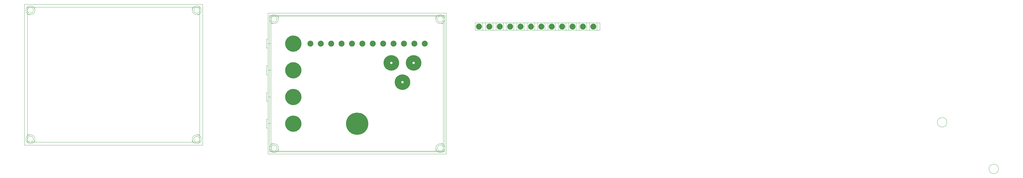
<source format=gbr>
%TF.GenerationSoftware,KiCad,Pcbnew,(6.0.5)*%
%TF.CreationDate,2022-06-26T17:30:21+02:00*%
%TF.ProjectId,midiperformer,6d696469-7065-4726-966f-726d65722e6b,rev?*%
%TF.SameCoordinates,Original*%
%TF.FileFunction,Other,Comment*%
%FSLAX46Y46*%
G04 Gerber Fmt 4.6, Leading zero omitted, Abs format (unit mm)*
G04 Created by KiCad (PCBNEW (6.0.5)) date 2022-06-26 17:30:21*
%MOMM*%
%LPD*%
G01*
G04 APERTURE LIST*
%ADD10C,0.150000*%
%ADD11C,5.500000*%
%ADD12C,2.000000*%
%ADD13C,4.500000*%
%ADD14C,7.500000*%
G04 APERTURE END LIST*
D10*
X-301000000Y12000000D02*
X-301000000Y14000000D01*
D11*
X-230250000Y-10500000D02*
G75*
G03*
X-230250000Y-10500000I-2750000J0D01*
G01*
D12*
X-143500000Y-10500000D02*
G75*
G03*
X-143500000Y-10500000I-1000000J0D01*
G01*
X-164500000Y-10500000D02*
G75*
G03*
X-164500000Y-10500000I-1000000J0D01*
G01*
D10*
X-98500000Y3500000D02*
X-96500000Y3500000D01*
X-96500000Y3500000D02*
X-96500000Y-1500000D01*
X-96500000Y-1500000D02*
X-98500000Y-1500000D01*
X-98500000Y-1500000D02*
X-98500000Y3500000D01*
X-49500000Y3500000D02*
X-47500000Y3500000D01*
X-47500000Y3500000D02*
X-47500000Y-1500000D01*
X-47500000Y-1500000D02*
X-49500000Y-1500000D01*
X-49500000Y-1500000D02*
X-49500000Y3500000D01*
X-407000000Y-75000000D02*
X-407000000Y-77000000D01*
X-132000000Y-81000000D02*
G75*
G03*
X-132000000Y-81000000I-2000000J0D01*
G01*
X-301000000Y-77000000D02*
X-301000000Y-75000000D01*
X-243000000Y6000000D02*
X-243000000Y8000000D01*
X-244000000Y-81000000D02*
G75*
G03*
X-244000000Y-81000000I-2000000J0D01*
G01*
X-132000000Y6000000D02*
G75*
G03*
X-132000000Y6000000I-2000000J0D01*
G01*
X-296000000Y-75000000D02*
G75*
G03*
X-296000000Y-75000000I-2000000J0D01*
G01*
X-40500000Y3500000D02*
X-35500000Y3500000D01*
X-35500000Y3500000D02*
X-35500000Y-1500000D01*
X-35500000Y-1500000D02*
X-40500000Y-1500000D01*
X-40500000Y-1500000D02*
X-40500000Y3500000D01*
X-82500000Y3500000D02*
X-77500000Y3500000D01*
X-77500000Y3500000D02*
X-77500000Y-1500000D01*
X-77500000Y-1500000D02*
X-82500000Y-1500000D01*
X-82500000Y-1500000D02*
X-82500000Y3500000D01*
X-84500000Y3500000D02*
X-82500000Y3500000D01*
X-82500000Y3500000D02*
X-82500000Y-1500000D01*
X-82500000Y-1500000D02*
X-84500000Y-1500000D01*
X-84500000Y-1500000D02*
X-84500000Y3500000D01*
D12*
X-72000000Y1000000D02*
G75*
G03*
X-72000000Y1000000I-1000000J0D01*
G01*
X-107000000Y1000000D02*
G75*
G03*
X-107000000Y1000000I-1000000J0D01*
G01*
D11*
X-230250000Y-46500000D02*
G75*
G03*
X-230250000Y-46500000I-2750000J0D01*
G01*
D12*
X-171500000Y-10500000D02*
G75*
G03*
X-171500000Y-10500000I-1000000J0D01*
G01*
D10*
X-134000000Y3000000D02*
X-132000000Y3000000D01*
X-244000000Y6000000D02*
G75*
G03*
X-244000000Y6000000I-2000000J0D01*
G01*
X-137000000Y-83000000D02*
X-137000000Y-81000000D01*
X-295000000Y-75000000D02*
G75*
G03*
X-295000000Y-75000000I-3000000J0D01*
G01*
X-137000000Y6000000D02*
X-137000000Y8000000D01*
X-105500000Y3500000D02*
X-103500000Y3500000D01*
X-103500000Y3500000D02*
X-103500000Y-1500000D01*
X-103500000Y-1500000D02*
X-105500000Y-1500000D01*
X-105500000Y-1500000D02*
X-105500000Y3500000D01*
X-412000000Y-72000000D02*
X-410000000Y-72000000D01*
D12*
X-58000000Y1000000D02*
G75*
G03*
X-58000000Y1000000I-1000000J0D01*
G01*
X-192500000Y-10500000D02*
G75*
G03*
X-192500000Y-10500000I-1000000J0D01*
G01*
D10*
X-77500000Y3500000D02*
X-75500000Y3500000D01*
X-75500000Y3500000D02*
X-75500000Y-1500000D01*
X-75500000Y-1500000D02*
X-77500000Y-1500000D01*
X-77500000Y-1500000D02*
X-77500000Y3500000D01*
D13*
X-156500000Y-36500000D02*
G75*
G03*
X-156500000Y-36500000I-3000000J0D01*
G01*
D10*
X-414000000Y16000000D02*
X-294000000Y16000000D01*
X-294000000Y16000000D02*
X-294000000Y-79000000D01*
X-294000000Y-79000000D02*
X-414000000Y-79000000D01*
X-414000000Y-79000000D02*
X-414000000Y16000000D01*
X-243000000Y-81000000D02*
X-243000000Y-83000000D01*
D12*
X-30000000Y1000000D02*
G75*
G03*
X-30000000Y1000000I-1000000J0D01*
G01*
D10*
X-75500000Y3500000D02*
X-70500000Y3500000D01*
X-70500000Y3500000D02*
X-70500000Y-1500000D01*
X-70500000Y-1500000D02*
X-75500000Y-1500000D01*
X-75500000Y-1500000D02*
X-75500000Y3500000D01*
X-248000000Y-46500000D02*
X-250000000Y-46500000D01*
X-250000000Y-46500000D02*
X-250000000Y-28500000D01*
X-250000000Y-28500000D02*
X-248000000Y-28500000D01*
X-248000000Y-28500000D02*
X-248000000Y-46500000D01*
D12*
X-199500000Y-10500000D02*
G75*
G03*
X-199500000Y-10500000I-1000000J0D01*
G01*
D10*
X-248000000Y8000000D02*
X-132000000Y8000000D01*
X-132000000Y8000000D02*
X-132000000Y-83000000D01*
X-132000000Y-83000000D02*
X-248000000Y-83000000D01*
X-248000000Y-83000000D02*
X-248000000Y8000000D01*
X-410000000Y9000000D02*
X-412000000Y9000000D01*
X-408000000Y12000000D02*
G75*
G03*
X-408000000Y12000000I-2000000J0D01*
G01*
X-47500000Y3500000D02*
X-42500000Y3500000D01*
X-42500000Y3500000D02*
X-42500000Y-1500000D01*
X-42500000Y-1500000D02*
X-47500000Y-1500000D01*
X-47500000Y-1500000D02*
X-47500000Y3500000D01*
X-132000000Y-78000000D02*
X-134000000Y-78000000D01*
X-295000000Y12000000D02*
G75*
G03*
X-295000000Y12000000I-3000000J0D01*
G01*
X-407000000Y12000000D02*
X-407000000Y14000000D01*
X-96500000Y3500000D02*
X-91500000Y3500000D01*
X-91500000Y3500000D02*
X-91500000Y-1500000D01*
X-91500000Y-1500000D02*
X-96500000Y-1500000D01*
X-96500000Y-1500000D02*
X-96500000Y3500000D01*
X-68500000Y3500000D02*
X-63500000Y3500000D01*
X-63500000Y3500000D02*
X-63500000Y-1500000D01*
X-63500000Y-1500000D02*
X-68500000Y-1500000D01*
X-68500000Y-1500000D02*
X-68500000Y3500000D01*
D12*
X-213500000Y-10500000D02*
G75*
G03*
X-213500000Y-10500000I-1000000J0D01*
G01*
D10*
X-250000000Y10000000D02*
X-130000000Y10000000D01*
X-130000000Y10000000D02*
X-130000000Y-85000000D01*
X-130000000Y-85000000D02*
X-250000000Y-85000000D01*
X-250000000Y-85000000D02*
X-250000000Y10000000D01*
D12*
X-178500000Y-10500000D02*
G75*
G03*
X-178500000Y-10500000I-1000000J0D01*
G01*
X-79000000Y1000000D02*
G75*
G03*
X-79000000Y1000000I-1000000J0D01*
G01*
D10*
X-249000000Y8500000D02*
X-131000000Y8500000D01*
X-131000000Y8500000D02*
X-131000000Y-83500000D01*
X-131000000Y-83500000D02*
X-249000000Y-83500000D01*
X-249000000Y-83500000D02*
X-249000000Y8500000D01*
D12*
X-37000000Y1000000D02*
G75*
G03*
X-37000000Y1000000I-1000000J0D01*
G01*
D10*
X-248000000Y-78000000D02*
X-246000000Y-78000000D01*
D12*
X-157500000Y-10500000D02*
G75*
G03*
X-157500000Y-10500000I-1000000J0D01*
G01*
D13*
X-164000000Y-23500000D02*
G75*
G03*
X-164000000Y-23500000I-3000000J0D01*
G01*
D10*
X-131000000Y6000000D02*
G75*
G03*
X-131000000Y6000000I-3000000J0D01*
G01*
X-408000000Y-75000000D02*
G75*
G03*
X-408000000Y-75000000I-2000000J0D01*
G01*
X-63500000Y3500000D02*
X-61500000Y3500000D01*
X-61500000Y3500000D02*
X-61500000Y-1500000D01*
X-61500000Y-1500000D02*
X-63500000Y-1500000D01*
X-63500000Y-1500000D02*
X-63500000Y3500000D01*
D12*
X-206500000Y-10500000D02*
G75*
G03*
X-206500000Y-10500000I-1000000J0D01*
G01*
D10*
X-296000000Y12000000D02*
G75*
G03*
X-296000000Y12000000I-2000000J0D01*
G01*
X-42500000Y3500000D02*
X-40500000Y3500000D01*
X-40500000Y3500000D02*
X-40500000Y-1500000D01*
X-40500000Y-1500000D02*
X-42500000Y-1500000D01*
X-42500000Y-1500000D02*
X-42500000Y3500000D01*
X-412000000Y14000000D02*
X-296000000Y14000000D01*
X-296000000Y14000000D02*
X-296000000Y-77000000D01*
X-296000000Y-77000000D02*
X-412000000Y-77000000D01*
X-412000000Y-77000000D02*
X-412000000Y14000000D01*
D12*
X-86000000Y1000000D02*
G75*
G03*
X-86000000Y1000000I-1000000J0D01*
G01*
D10*
X-91500000Y3500000D02*
X-89500000Y3500000D01*
X-89500000Y3500000D02*
X-89500000Y-1500000D01*
X-89500000Y-1500000D02*
X-91500000Y-1500000D01*
X-91500000Y-1500000D02*
X-91500000Y3500000D01*
X-61500000Y3500000D02*
X-56500000Y3500000D01*
X-56500000Y3500000D02*
X-56500000Y-1500000D01*
X-56500000Y-1500000D02*
X-61500000Y-1500000D01*
X-61500000Y-1500000D02*
X-61500000Y3500000D01*
X-70500000Y3500000D02*
X-68500000Y3500000D01*
X-68500000Y3500000D02*
X-68500000Y-1500000D01*
X-68500000Y-1500000D02*
X-70500000Y-1500000D01*
X-70500000Y-1500000D02*
X-70500000Y3500000D01*
X-296000000Y-72000000D02*
X-298000000Y-72000000D01*
D12*
X-65000000Y1000000D02*
G75*
G03*
X-65000000Y1000000I-1000000J0D01*
G01*
D10*
X-56500000Y3500000D02*
X-54500000Y3500000D01*
X-54500000Y3500000D02*
X-54500000Y-1500000D01*
X-54500000Y-1500000D02*
X-56500000Y-1500000D01*
X-56500000Y-1500000D02*
X-56500000Y3500000D01*
D14*
X-186250000Y-64500000D02*
G75*
G03*
X-186250000Y-64500000I-3750000J0D01*
G01*
D10*
X-110500000Y3500000D02*
X-105500000Y3500000D01*
X-105500000Y3500000D02*
X-105500000Y-1500000D01*
X-105500000Y-1500000D02*
X-110500000Y-1500000D01*
X-110500000Y-1500000D02*
X-110500000Y3500000D01*
X-28500000Y3500000D02*
X-26500000Y3500000D01*
X-26500000Y3500000D02*
X-26500000Y-1500000D01*
X-26500000Y-1500000D02*
X-28500000Y-1500000D01*
X-28500000Y-1500000D02*
X-28500000Y3500000D01*
X-298000000Y9000000D02*
X-296000000Y9000000D01*
X-250000000Y-13500000D02*
X-251000000Y-13500000D01*
X-251000000Y-13500000D02*
X-251000000Y-7500000D01*
X-251000000Y-7500000D02*
X-250000000Y-7500000D01*
X-250000000Y-7500000D02*
X-250000000Y-13500000D01*
D12*
X-220500000Y-10500000D02*
G75*
G03*
X-220500000Y-10500000I-1000000J0D01*
G01*
D13*
X-149000000Y-23500000D02*
G75*
G03*
X-149000000Y-23500000I-3000000J0D01*
G01*
D10*
X-248000000Y-28500000D02*
X-250000000Y-28500000D01*
X-250000000Y-28500000D02*
X-250000000Y-10500000D01*
X-250000000Y-10500000D02*
X-248000000Y-10500000D01*
X-248000000Y-10500000D02*
X-248000000Y-28500000D01*
X-250000000Y-31500000D02*
X-251000000Y-31500000D01*
X-251000000Y-31500000D02*
X-251000000Y-25500000D01*
X-251000000Y-25500000D02*
X-250000000Y-25500000D01*
X-250000000Y-25500000D02*
X-250000000Y-31500000D01*
X-250000000Y-67500000D02*
X-251000000Y-67500000D01*
X-251000000Y-67500000D02*
X-251000000Y-61500000D01*
X-251000000Y-61500000D02*
X-250000000Y-61500000D01*
X-250000000Y-61500000D02*
X-250000000Y-67500000D01*
D12*
X-185500000Y-10500000D02*
G75*
G03*
X-185500000Y-10500000I-1000000J0D01*
G01*
D11*
X-230250000Y-64500000D02*
G75*
G03*
X-230250000Y-64500000I-2750000J0D01*
G01*
D10*
X-33500000Y3500000D02*
X-28500000Y3500000D01*
X-28500000Y3500000D02*
X-28500000Y-1500000D01*
X-28500000Y-1500000D02*
X-33500000Y-1500000D01*
X-33500000Y-1500000D02*
X-33500000Y3500000D01*
X-54500000Y3500000D02*
X-49500000Y3500000D01*
X-49500000Y3500000D02*
X-49500000Y-1500000D01*
X-49500000Y-1500000D02*
X-54500000Y-1500000D01*
X-54500000Y-1500000D02*
X-54500000Y3500000D01*
X-131000000Y-81000000D02*
G75*
G03*
X-131000000Y-81000000I-3000000J0D01*
G01*
X-103500000Y3500000D02*
X-98500000Y3500000D01*
X-98500000Y3500000D02*
X-98500000Y-1500000D01*
X-98500000Y-1500000D02*
X-103500000Y-1500000D01*
X-103500000Y-1500000D02*
X-103500000Y3500000D01*
D12*
X-44000000Y1000000D02*
G75*
G03*
X-44000000Y1000000I-1000000J0D01*
G01*
X-100000000Y1000000D02*
G75*
G03*
X-100000000Y1000000I-1000000J0D01*
G01*
X-51000000Y1000000D02*
G75*
G03*
X-51000000Y1000000I-1000000J0D01*
G01*
D10*
X-243000000Y6000000D02*
G75*
G03*
X-243000000Y6000000I-3000000J0D01*
G01*
X-246000000Y3000000D02*
X-248000000Y3000000D01*
D11*
X-230250000Y-28500000D02*
G75*
G03*
X-230250000Y-28500000I-2750000J0D01*
G01*
D10*
X-248000000Y-64500000D02*
X-250000000Y-64500000D01*
X-250000000Y-64500000D02*
X-250000000Y-46500000D01*
X-250000000Y-46500000D02*
X-248000000Y-46500000D01*
X-248000000Y-46500000D02*
X-248000000Y-64500000D01*
X-89500000Y3500000D02*
X-84500000Y3500000D01*
X-84500000Y3500000D02*
X-84500000Y-1500000D01*
X-84500000Y-1500000D02*
X-89500000Y-1500000D01*
X-89500000Y-1500000D02*
X-89500000Y3500000D01*
X-35500000Y3500000D02*
X-33500000Y3500000D01*
X-33500000Y3500000D02*
X-33500000Y-1500000D01*
X-33500000Y-1500000D02*
X-35500000Y-1500000D01*
X-35500000Y-1500000D02*
X-35500000Y3500000D01*
X-243000000Y-81000000D02*
G75*
G03*
X-243000000Y-81000000I-3000000J0D01*
G01*
X-250000000Y-49500000D02*
X-251000000Y-49500000D01*
X-251000000Y-49500000D02*
X-251000000Y-43500000D01*
X-251000000Y-43500000D02*
X-250000000Y-43500000D01*
X-250000000Y-43500000D02*
X-250000000Y-49500000D01*
D12*
X-150500000Y-10500000D02*
G75*
G03*
X-150500000Y-10500000I-1000000J0D01*
G01*
D10*
X-407000000Y12000000D02*
G75*
G03*
X-407000000Y12000000I-3000000J0D01*
G01*
X-407000000Y-75000000D02*
G75*
G03*
X-407000000Y-75000000I-3000000J0D01*
G01*
D12*
X-93000000Y1000000D02*
G75*
G03*
X-93000000Y1000000I-1000000J0D01*
G01*
D10*
%TO.C,H1*%
X241800000Y-95000000D02*
G75*
G03*
X241800000Y-95000000I-3200000J0D01*
G01*
%TO.C,H2*%
X207000000Y-63600000D02*
G75*
G03*
X207000000Y-63600000I-3200000J0D01*
G01*
%TD*%
M02*

</source>
